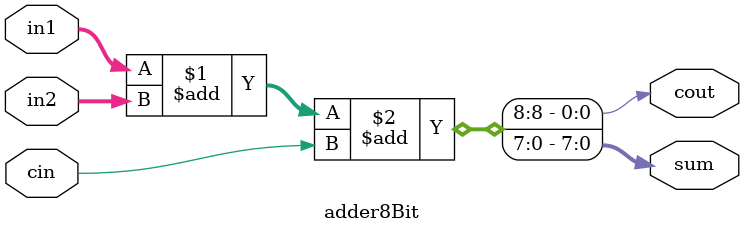
<source format=v>
module adder8Bit(cin,in1,in2,cout,sum);
    input [7:0] in1,in2;
    input cin;
    output [7:0] sum;
    output cout;
    assign {cout,sum} = in1+in2+cin;
endmodule

</source>
